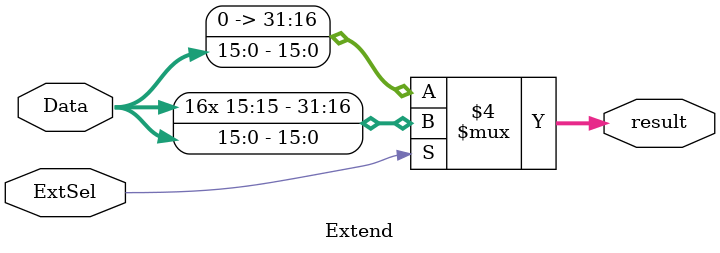
<source format=v>
`timescale 1ns / 1ps
module Extend(result, Data, ExtSel
    );
	 input [15:0] Data;
	 input ExtSel;
	 output reg [31:0] result;
	 
	 always @ (Data or ExtSel) begin
	        if (ExtSel == 0) result <= {{16{0}}, Data};
			  else result <= {{16{Data[15]}}, Data};
	 end


endmodule

</source>
